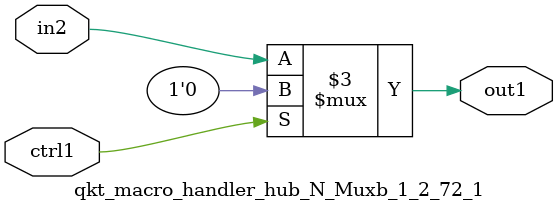
<source format=v>

`timescale 1ps / 1ps


module qkt_macro_handler_hub_N_Muxb_1_2_72_1( in2, ctrl1, out1 );

    input in2;
    input ctrl1;
    output out1;
    reg out1;

    
    // rtl_process:qkt_macro_handler_hub_N_Muxb_1_2_72_1/qkt_macro_handler_hub_N_Muxb_1_2_72_1_thread_1
    always @*
      begin : qkt_macro_handler_hub_N_Muxb_1_2_72_1_thread_1
        case (ctrl1) 
          1'b1: 
            begin
              out1 = 1'b0;
            end
          default: 
            begin
              out1 = in2;
            end
        endcase
      end

endmodule


</source>
